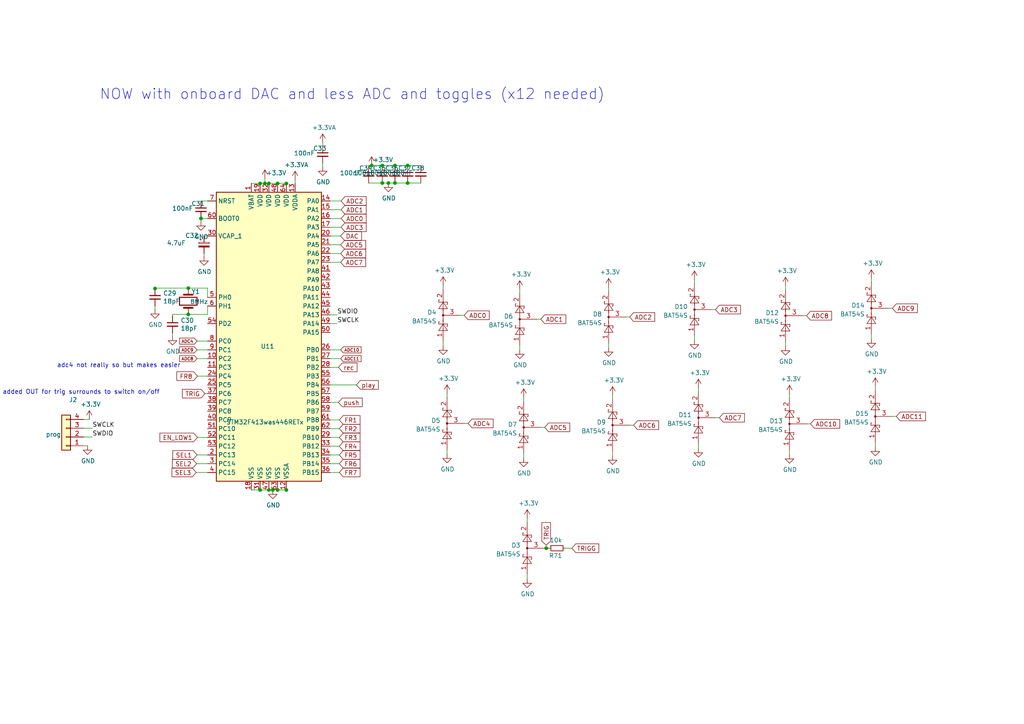
<source format=kicad_sch>
(kicad_sch (version 20211123) (generator eeschema)
  (paper "A4")
  (lib_symbols
    (symbol "Connector_Generic:Conn_01x04" (pin_names (offset 1.016) hide)
      (property "Reference" "J" (at 0 5.08 0))
      (property "Value" "Conn_01x04" (at 0 -7.62 0))
      (symbol "Conn_01x04_1_1"
        (rectangle (start -1.27 -4.953) (end 0 -5.207) (stroke (width 0.1524)))
        (rectangle (start -1.27 -2.413) (end 0 -2.667) (stroke (width 0.1524)))
        (rectangle (start -1.27 0.127) (end 0 -0.127) (stroke (width 0.1524)))
        (rectangle (start -1.27 2.667) (end 0 2.413) (stroke (width 0.1524)))
        (rectangle (start -1.27 3.81) (end 1.27 -6.35) (stroke (width 0.254)) (fill (type background)))
        (pin passive line (at -5.08 2.54 0) (length 3.81) (name "Pin_1") (number "1"))
        (pin passive line (at -5.08 0 0) (length 3.81) (name "Pin_2") (number "2"))
        (pin passive line (at -5.08 -2.54 0) (length 3.81) (name "Pin_3") (number "3"))
        (pin passive line (at -5.08 -5.08 0) (length 3.81) (name "Pin_4") (number "4"))
      )
    )
    (symbol "Device:C_Polarized_Small" (pin_numbers hide) (pin_names (offset 0.254) hide)
      (property "Reference" "C" (at 0.254 1.778 0))
      (property "Value" "C_Polarized_Small" (at 0.254 -2.032 0))
      (symbol "C_Polarized_Small_0_1"
        (rectangle (start -1.524 -0.3048) (end 1.524 -0.6858) (fill (type outline)))
        (rectangle (start -1.524 0.6858) (end 1.524 0.3048))
        (polyline (pts (xy -1.27 1.524) (xy -0.762 1.524)))
        (polyline (pts (xy -1.016 1.27) (xy -1.016 1.778)))
      )
      (symbol "C_Polarized_Small_1_1"
        (pin passive line (at 0 2.54 270) (length 1.8542) (name "~") (number "1"))
        (pin passive line (at 0 -2.54 90) (length 1.8542) (name "~") (number "2"))
      )
    )
    (symbol "Device:C_Small" (pin_numbers hide) (pin_names (offset 0.254) hide)
      (property "Reference" "C" (at 0.254 1.778 0))
      (property "Value" "C_Small" (at 0.254 -2.032 0))
      (symbol "C_Small_0_1"
        (polyline (pts (xy -1.524 -0.508) (xy 1.524 -0.508)) (stroke (width 0.3302)))
        (polyline (pts (xy -1.524 0.508) (xy 1.524 0.508)) (stroke (width 0.3048)))
      )
      (symbol "C_Small_1_1"
        (pin passive line (at 0 2.54 270) (length 2.032) (name "~") (number "1"))
        (pin passive line (at 0 -2.54 90) (length 2.032) (name "~") (number "2"))
      )
    )
    (symbol "Device:Crystal" (pin_numbers hide) (pin_names (offset 1.016) hide)
      (property "Reference" "Y" (at 0 3.81 0))
      (property "Value" "Crystal" (at 0 -3.81 0))
      (symbol "Crystal_0_1"
        (rectangle (start -1.143 2.54) (end 1.143 -2.54) (stroke (width 0.3048)))
        (polyline (pts (xy -2.54 0) (xy -1.905 0)))
        (polyline (pts (xy -1.905 -1.27) (xy -1.905 1.27)) (stroke (width 0.508)))
        (polyline (pts (xy 1.905 -1.27) (xy 1.905 1.27)) (stroke (width 0.508)))
        (polyline (pts (xy 2.54 0) (xy 1.905 0)))
      )
      (symbol "Crystal_1_1"
        (pin passive line (at -3.81 0 0) (length 1.27) (name "1") (number "1"))
        (pin passive line (at 3.81 0 180) (length 1.27) (name "2") (number "2"))
      )
    )
    (symbol "Device:R_Small" (pin_numbers hide) (pin_names (offset 0.254) hide)
      (property "Reference" "R" (at 0.762 0.508 0))
      (property "Value" "R_Small" (at 0.762 -1.016 0))
      (symbol "R_Small_0_1"
        (rectangle (start -0.762 1.778) (end 0.762 -1.778) (stroke (width 0.2032)))
      )
      (symbol "R_Small_1_1"
        (pin passive line (at 0 2.54 270) (length 0.762) (name "~") (number "1"))
        (pin passive line (at 0 -2.54 90) (length 0.762) (name "~") (number "2"))
      )
    )
    (symbol "Diode:BAT54S" (pin_names (offset 1.016))
      (property "Reference" "D" (at 0.635 -3.81 0))
      (property "Value" "BAT54S" (at -6.35 3.175 0))
      (symbol "BAT54S_0_1"
        (polyline (pts (xy -3.81 0) (xy -1.27 0)))
        (polyline (pts (xy -3.175 -1.27) (xy -3.175 -1.016)))
        (polyline (pts (xy -2.54 -1.27) (xy -3.175 -1.27)))
        (polyline (pts (xy -2.54 -1.27) (xy -2.54 1.27)))
        (polyline (pts (xy -2.54 1.27) (xy -1.905 1.27)))
        (polyline (pts (xy -1.905 0) (xy 1.905 0)))
        (polyline (pts (xy -1.905 1.27) (xy -1.905 1.016)))
        (polyline (pts (xy 1.27 0) (xy 3.81 0)))
        (polyline (pts (xy 3.175 -1.27) (xy 3.175 -1.016)))
        (polyline (pts (xy 3.81 -1.27) (xy 3.175 -1.27)))
        (polyline (pts (xy 3.81 -1.27) (xy 3.81 1.27)))
        (polyline (pts (xy 3.81 1.27) (xy 4.445 1.27)))
        (polyline (pts (xy 4.445 1.27) (xy 4.445 1.016)))
        (polyline (pts (xy -4.445 1.27) (xy -4.445 -1.27) (xy -2.54 0) (xy -4.445 1.27)))
        (polyline (pts (xy 1.905 1.27) (xy 1.905 -1.27) (xy 3.81 0) (xy 1.905 1.27)))
        (circle (center 0 0) (radius 0.254) (fill (type outline)))
      )
      (symbol "BAT54S_1_1"
        (pin passive line (at -7.62 0 0) (length 3.81) (name "~") (number "1"))
        (pin passive line (at 7.62 0 180) (length 3.81) (name "~") (number "2"))
        (pin passive line (at 0 -5.08 90) (length 5.08) (name "~") (number "3"))
      )
    )
    (symbol "MCU_ST_STM32F4:STM32F446RETx"
      (property "Reference" "U" (at -15.24 41.91 0))
      (property "Value" "STM32F446RETx" (at 10.16 41.91 0))
      (symbol "STM32F446RETx_0_1"
        (rectangle (start -15.24 -43.18) (end 15.24 40.64) (stroke (width 0.254)) (fill (type background)))
      )
      (symbol "STM32F446RETx_1_1"
        (pin power_in line (at -5.08 43.18 270) (length 2.54) (name "VBAT") (number "1"))
        (pin bidirectional line (at -17.78 -7.62 0) (length 2.54) (name "PC2") (number "10"))
        (pin bidirectional line (at -17.78 -10.16 0) (length 2.54) (name "PC3") (number "11"))
        (pin power_in line (at 5.08 -45.72 90) (length 2.54) (name "VSSA") (number "12"))
        (pin power_in line (at 7.62 43.18 270) (length 2.54) (name "VDDA") (number "13"))
        (pin bidirectional line (at 17.78 38.1 180) (length 2.54) (name "PA0") (number "14"))
        (pin bidirectional line (at 17.78 35.56 180) (length 2.54) (name "PA1") (number "15"))
        (pin bidirectional line (at 17.78 33.02 180) (length 2.54) (name "PA2") (number "16"))
        (pin bidirectional line (at 17.78 30.48 180) (length 2.54) (name "PA3") (number "17"))
        (pin power_in line (at -5.08 -45.72 90) (length 2.54) (name "VSS") (number "18"))
        (pin power_in line (at -2.54 43.18 270) (length 2.54) (name "VDD") (number "19"))
        (pin bidirectional line (at -17.78 -35.56 0) (length 2.54) (name "PC13") (number "2"))
        (pin bidirectional line (at 17.78 27.94 180) (length 2.54) (name "PA4") (number "20"))
        (pin bidirectional line (at 17.78 25.4 180) (length 2.54) (name "PA5") (number "21"))
        (pin bidirectional line (at 17.78 22.86 180) (length 2.54) (name "PA6") (number "22"))
        (pin bidirectional line (at 17.78 20.32 180) (length 2.54) (name "PA7") (number "23"))
        (pin bidirectional line (at -17.78 -12.7 0) (length 2.54) (name "PC4") (number "24"))
        (pin bidirectional line (at -17.78 -15.24 0) (length 2.54) (name "PC5") (number "25"))
        (pin bidirectional line (at 17.78 -5.08 180) (length 2.54) (name "PB0") (number "26"))
        (pin bidirectional line (at 17.78 -7.62 180) (length 2.54) (name "PB1") (number "27"))
        (pin bidirectional line (at 17.78 -10.16 180) (length 2.54) (name "PB2") (number "28"))
        (pin bidirectional line (at 17.78 -30.48 180) (length 2.54) (name "PB10") (number "29"))
        (pin bidirectional line (at -17.78 -38.1 0) (length 2.54) (name "PC14") (number "3"))
        (pin power_in line (at -17.78 27.94 0) (length 2.54) (name "VCAP_1") (number "30"))
        (pin power_in line (at -2.54 -45.72 90) (length 2.54) (name "VSS") (number "31"))
        (pin power_in line (at 0 43.18 270) (length 2.54) (name "VDD") (number "32"))
        (pin bidirectional line (at 17.78 -33.02 180) (length 2.54) (name "PB12") (number "33"))
        (pin bidirectional line (at 17.78 -35.56 180) (length 2.54) (name "PB13") (number "34"))
        (pin bidirectional line (at 17.78 -38.1 180) (length 2.54) (name "PB14") (number "35"))
        (pin bidirectional line (at 17.78 -40.64 180) (length 2.54) (name "PB15") (number "36"))
        (pin bidirectional line (at -17.78 -17.78 0) (length 2.54) (name "PC6") (number "37"))
        (pin bidirectional line (at -17.78 -20.32 0) (length 2.54) (name "PC7") (number "38"))
        (pin bidirectional line (at -17.78 -22.86 0) (length 2.54) (name "PC8") (number "39"))
        (pin bidirectional line (at -17.78 -40.64 0) (length 2.54) (name "PC15") (number "4"))
        (pin bidirectional line (at -17.78 -25.4 0) (length 2.54) (name "PC9") (number "40"))
        (pin bidirectional line (at 17.78 17.78 180) (length 2.54) (name "PA8") (number "41"))
        (pin bidirectional line (at 17.78 15.24 180) (length 2.54) (name "PA9") (number "42"))
        (pin bidirectional line (at 17.78 12.7 180) (length 2.54) (name "PA10") (number "43"))
        (pin bidirectional line (at 17.78 10.16 180) (length 2.54) (name "PA11") (number "44"))
        (pin bidirectional line (at 17.78 7.62 180) (length 2.54) (name "PA12") (number "45"))
        (pin bidirectional line (at 17.78 5.08 180) (length 2.54) (name "PA13") (number "46"))
        (pin power_in line (at 0 -45.72 90) (length 2.54) (name "VSS") (number "47"))
        (pin power_in line (at 2.54 43.18 270) (length 2.54) (name "VDD") (number "48"))
        (pin bidirectional line (at 17.78 2.54 180) (length 2.54) (name "PA14") (number "49"))
        (pin input line (at -17.78 10.16 0) (length 2.54) (name "PH0") (number "5"))
        (pin bidirectional line (at 17.78 0 180) (length 2.54) (name "PA15") (number "50"))
        (pin bidirectional line (at -17.78 -27.94 0) (length 2.54) (name "PC10") (number "51"))
        (pin bidirectional line (at -17.78 -30.48 0) (length 2.54) (name "PC11") (number "52"))
        (pin bidirectional line (at -17.78 -33.02 0) (length 2.54) (name "PC12") (number "53"))
        (pin bidirectional line (at -17.78 2.54 0) (length 2.54) (name "PD2") (number "54"))
        (pin bidirectional line (at 17.78 -12.7 180) (length 2.54) (name "PB3") (number "55"))
        (pin bidirectional line (at 17.78 -15.24 180) (length 2.54) (name "PB4") (number "56"))
        (pin bidirectional line (at 17.78 -17.78 180) (length 2.54) (name "PB5") (number "57"))
        (pin bidirectional line (at 17.78 -20.32 180) (length 2.54) (name "PB6") (number "58"))
        (pin bidirectional line (at 17.78 -22.86 180) (length 2.54) (name "PB7") (number "59"))
        (pin input line (at -17.78 7.62 0) (length 2.54) (name "PH1") (number "6"))
        (pin input line (at -17.78 33.02 0) (length 2.54) (name "BOOT0") (number "60"))
        (pin bidirectional line (at 17.78 -25.4 180) (length 2.54) (name "PB8") (number "61"))
        (pin bidirectional line (at 17.78 -27.94 180) (length 2.54) (name "PB9") (number "62"))
        (pin power_in line (at 2.54 -45.72 90) (length 2.54) (name "VSS") (number "63"))
        (pin power_in line (at 5.08 43.18 270) (length 2.54) (name "VDD") (number "64"))
        (pin input line (at -17.78 38.1 0) (length 2.54) (name "NRST") (number "7"))
        (pin bidirectional line (at -17.78 -2.54 0) (length 2.54) (name "PC0") (number "8"))
        (pin bidirectional line (at -17.78 -5.08 0) (length 2.54) (name "PC1") (number "9"))
      )
    )
    (symbol "power:+3.3V" (power) (pin_names (offset 0))
      (property "Value" "+3.3V" (at 0 3.556 0))
      (symbol "+3.3V_0_1"
        (polyline (pts (xy -0.762 1.27) (xy 0 2.54)))
        (polyline (pts (xy 0 0) (xy 0 2.54)))
        (polyline (pts (xy 0 2.54) (xy 0.762 1.27)))
      )
      (symbol "+3.3V_1_1"
        (pin power_in line (at 0 0 90) (length 0) hide (name "+3.3V") (number "1"))
      )
    )
    (symbol "power:+3.3VA" (power) (pin_names (offset 0))
      (property "Value" "+3.3VA" (at 0 3.556 0))
      (symbol "+3.3VA_0_1"
        (polyline (pts (xy -0.762 1.27) (xy 0 2.54)))
        (polyline (pts (xy 0 0) (xy 0 2.54)))
        (polyline (pts (xy 0 2.54) (xy 0.762 1.27)))
      )
      (symbol "+3.3VA_1_1"
        (pin power_in line (at 0 0 90) (length 0) hide (name "+3.3VA") (number "1"))
      )
    )
    (symbol "power:GND" (power) (pin_names (offset 0))
      (property "Value" "GND" (at 0 -3.81 0))
      (symbol "GND_0_1"
        (polyline (pts (xy 0 0) (xy 0 -1.27) (xy 1.27 -1.27) (xy 0 -2.54) (xy -1.27 -1.27) (xy 0 -1.27)))
      )
      (symbol "GND_1_1"
        (pin power_in line (at 0 0 270) (length 0) hide (name "GND") (number "1"))
      )
    )
  )
  (junction (at 118.237 53.086))
  (junction (at 54.61 91.186))
  (junction (at 44.958 83.693))
  (junction (at 114.554 48.006))
  (junction (at 80.518 142.113))
  (junction (at 158.4198 159.004))
  (junction (at 83.058 53.213))
  (junction (at 107.7976 48.006))
  (junction (at 77.978 142.113))
  (junction (at 76.835 53.213))
  (junction (at 110.871 48.006))
  (junction (at 110.871 53.086))
  (junction (at 114.554 53.086))
  (junction (at 112.649 53.086))
  (junction (at 83.058 142.113))
  (junction (at 118.237 48.006))
  (junction (at 80.518 53.213))
  (junction (at 58.293 63.373))
  (junction (at 75.438 142.113))
  (junction (at 79.121 142.113))
  (junction (at 77.978 53.213))
  (junction (at 75.438 53.213))
  (junction (at 54.61 83.566))
  (wire (pts (xy 59.182 68.453) (xy 60.198 68.453)))
  (wire (pts (xy 80.518 53.213) (xy 83.058 53.213)))
  (wire (pts (xy 95.758 131.953) (xy 98.425 131.953)))
  (wire (pts (xy 157.988 159.004) (xy 158.4198 159.004)))
  (wire (pts (xy 134.747 122.809) (xy 135.763 122.809)))
  (wire (pts (xy 57.277 126.873) (xy 60.198 126.873)))
  (wire (pts (xy 24.257 129.286) (xy 25.4 129.286)))
  (wire (pts (xy 54.61 91.186) (xy 60.198 91.186)))
  (wire (pts (xy 59.436 114.173) (xy 60.198 114.173)))
  (wire (pts (xy 95.758 111.633) (xy 103.378 111.633)))
  (wire (pts (xy 60.198 83.566) (xy 54.61 83.566)))
  (wire (pts (xy 80.518 142.113) (xy 83.058 142.113)))
  (wire (pts (xy 60.198 104.013) (xy 57.15 104.013)))
  (wire (pts (xy 77.978 142.113) (xy 79.121 142.113)))
  (wire (pts (xy 60.198 98.933) (xy 57.15 98.933)))
  (wire (pts (xy 50.038 96.647) (xy 50.038 97.536)))
  (wire (pts (xy 59.182 73.533) (xy 59.182 74.422)))
  (wire (pts (xy 60.198 91.186) (xy 60.198 88.773)))
  (wire (pts (xy 155.829 92.583) (xy 156.845 92.583)))
  (wire (pts (xy 77.978 53.213) (xy 80.518 53.213)))
  (wire (pts (xy 95.758 116.713) (xy 98.171 116.713)))
  (wire (pts (xy 85.598 52.197) (xy 85.598 53.213)))
  (wire (pts (xy 75.438 142.113) (xy 77.978 142.113)))
  (wire (pts (xy 95.758 63.373) (xy 98.933 63.373)))
  (wire (pts (xy 107.7976 48.006) (xy 110.871 48.006)))
  (wire (pts (xy 95.758 121.793) (xy 98.425 121.793)))
  (wire (pts (xy 72.898 142.113) (xy 75.438 142.113)))
  (wire (pts (xy 83.058 53.213) (xy 83.058 53.086)))
  (wire (pts (xy 202.565 128.778) (xy 202.565 130.048)))
  (wire (pts (xy 181.61 91.948) (xy 182.626 91.948)))
  (wire (pts (xy 128.524 82.804) (xy 128.524 83.82)))
  (wire (pts (xy 54.61 83.566) (xy 44.958 83.566)))
  (wire (pts (xy 234.061 122.936) (xy 235.077 122.936)))
  (wire (pts (xy 60.198 137.033) (xy 56.896 137.033)))
  (wire (pts (xy 95.758 106.553) (xy 98.171 106.553)))
  (wire (pts (xy 95.758 134.493) (xy 98.425 134.493)))
  (wire (pts (xy 176.53 83.312) (xy 176.53 84.328)))
  (wire (pts (xy 164.084 159.004) (xy 165.862 159.004)))
  (wire (pts (xy 177.673 130.937) (xy 177.673 132.207)))
  (wire (pts (xy 158.4198 158.0896) (xy 158.4198 159.004)))
  (wire (pts (xy 58.293 58.293) (xy 60.198 58.293)))
  (wire (pts (xy 95.758 104.013) (xy 98.806 104.013)))
  (wire (pts (xy 151.892 131.572) (xy 151.892 132.842)))
  (wire (pts (xy 50.038 91.567) (xy 50.038 91.186)))
  (wire (pts (xy 24.257 121.666) (xy 25.908 121.666)))
  (wire (pts (xy 98.806 73.533) (xy 95.758 73.533)))
  (wire (pts (xy 60.198 101.473) (xy 57.15 101.473)))
  (wire (pts (xy 58.293 63.373) (xy 60.198 63.373)))
  (wire (pts (xy 227.838 99.187) (xy 227.838 100.457)))
  (wire (pts (xy 50.038 91.186) (xy 54.61 91.186)))
  (wire (pts (xy 176.53 99.568) (xy 176.53 100.838)))
  (wire (pts (xy 133.604 91.44) (xy 134.62 91.44)))
  (wire (pts (xy 95.758 93.853) (xy 97.79 93.853)))
  (wire (pts (xy 118.237 53.086) (xy 114.554 53.086)))
  (wire (pts (xy 95.758 137.033) (xy 98.425 137.033)))
  (wire (pts (xy 252.73 80.772) (xy 252.73 81.788)))
  (wire (pts (xy 75.438 53.213) (xy 76.835 53.213)))
  (wire (pts (xy 152.908 166.624) (xy 152.908 167.894)))
  (wire (pts (xy 118.237 48.006) (xy 122.047 48.006)))
  (wire (pts (xy 24.257 126.746) (xy 26.797 126.746)))
  (wire (pts (xy 257.81 89.408) (xy 258.826 89.408)))
  (wire (pts (xy 228.981 114.3) (xy 228.981 115.316)))
  (wire (pts (xy 114.554 48.006) (xy 118.237 48.006)))
  (wire (pts (xy 177.673 114.681) (xy 177.673 115.697)))
  (wire (pts (xy 98.806 70.993) (xy 95.758 70.993)))
  (wire (pts (xy 60.198 131.953) (xy 57.15 131.953)))
  (wire (pts (xy 258.953 120.777) (xy 259.969 120.777)))
  (wire (pts (xy 95.758 126.873) (xy 98.425 126.873)))
  (wire (pts (xy 95.758 91.313) (xy 97.79 91.313)))
  (wire (pts (xy 110.871 48.006) (xy 114.554 48.006)))
  (wire (pts (xy 112.649 53.086) (xy 110.871 53.086)))
  (wire (pts (xy 95.758 60.833) (xy 98.933 60.833)))
  (wire (pts (xy 129.667 130.429) (xy 129.667 131.699)))
  (wire (pts (xy 207.645 121.158) (xy 208.661 121.158)))
  (wire (pts (xy 252.73 97.028) (xy 252.73 98.298)))
  (wire (pts (xy 95.758 129.413) (xy 98.425 129.413)))
  (wire (pts (xy 58.293 63.373) (xy 58.293 64.262)))
  (wire (pts (xy 202.565 112.522) (xy 202.565 113.538)))
  (wire (pts (xy 76.835 53.213) (xy 77.978 53.213)))
  (wire (pts (xy 232.918 91.567) (xy 233.934 91.567)))
  (wire (pts (xy 93.599 47.371) (xy 93.599 48.387)))
  (wire (pts (xy 227.838 82.931) (xy 227.838 83.947)))
  (wire (pts (xy 95.758 65.913) (xy 98.933 65.913)))
  (wire (pts (xy 60.198 134.493) (xy 57.023 134.493)))
  (wire (pts (xy 150.749 83.947) (xy 150.749 84.963)))
  (wire (pts (xy 95.758 101.473) (xy 98.806 101.473)))
  (wire (pts (xy 151.892 115.316) (xy 151.892 116.332)))
  (wire (pts (xy 114.554 53.086) (xy 112.649 53.086)))
  (wire (pts (xy 158.4198 159.004) (xy 159.004 159.004)))
  (wire (pts (xy 95.758 124.333) (xy 98.425 124.333)))
  (wire (pts (xy 79.121 142.113) (xy 80.518 142.113)))
  (wire (pts (xy 129.667 114.173) (xy 129.667 115.189)))
  (wire (pts (xy 253.873 112.141) (xy 253.873 113.157)))
  (wire (pts (xy 98.806 76.073) (xy 95.758 76.073)))
  (wire (pts (xy 44.958 88.773) (xy 44.958 89.789)))
  (wire (pts (xy 83.058 142.113) (xy 83.058 142.24)))
  (wire (pts (xy 206.502 89.789) (xy 207.518 89.789)))
  (wire (pts (xy 93.599 41.402) (xy 93.599 42.291)))
  (wire (pts (xy 201.422 97.409) (xy 201.422 98.679)))
  (wire (pts (xy 128.524 99.06) (xy 128.524 100.33)))
  (wire (pts (xy 228.981 130.556) (xy 228.981 131.826)))
  (wire (pts (xy 76.835 51.816) (xy 76.835 53.213)))
  (wire (pts (xy 253.873 128.397) (xy 253.873 129.667)))
  (wire (pts (xy 110.871 53.086) (xy 106.934 53.086)))
  (wire (pts (xy 60.198 86.233) (xy 60.198 83.566)))
  (wire (pts (xy 98.806 68.453) (xy 95.758 68.453)))
  (wire (pts (xy 122.047 53.086) (xy 118.237 53.086)))
  (wire (pts (xy 44.958 83.566) (xy 44.958 83.693)))
  (wire (pts (xy 156.972 123.952) (xy 157.988 123.952)))
  (wire (pts (xy 201.422 81.153) (xy 201.422 82.169)))
  (wire (pts (xy 72.898 53.213) (xy 75.438 53.213)))
  (wire (pts (xy 60.198 109.093) (xy 57.277 109.093)))
  (wire (pts (xy 106.934 48.006) (xy 107.7976 48.006)))
  (wire (pts (xy 150.749 100.203) (xy 150.749 101.473)))
  (wire (pts (xy 152.908 150.368) (xy 152.908 151.384)))
  (wire (pts (xy 24.257 124.206) (xy 26.797 124.206)))
  (wire (pts (xy 182.753 123.317) (xy 183.769 123.317)))
  (wire (pts (xy 95.758 58.293) (xy 98.933 58.293)))
  (text "adc4 not really so but makes easier\n" (at 16.51 106.807 0) (effects (font (size 1.27 1.27)) (justify left bottom)))
  (text "NOW with onboard DAC and less ADC and toggles (x12 needed)" (at 28.829 29.21 0) (effects (font (size 2.9972 2.9972)) (justify left bottom)))
  (text "17.5 - added OUT for trig surrounds to switch on/off" (at 46.355 114.554 0) (effects (font (size 1.27 1.27)) (justify right bottom)))
  (label "SWCLK" (at 26.797 124.206 0))
  (label "SWCLK" (at 97.79 93.853 0))
  (label "SWDIO" (at 97.79 91.313 0))
  (label "SWDIO" (at 26.797 126.746 0))
  (global_label "ADC7" (shape input) (at 98.806 76.073 0) (property "Intersheet References" "${INTERSHEET_REFS}" (effects hide)))
  (global_label "ADC0" (shape input) (at 134.62 91.44 0) (property "Intersheet References" "${INTERSHEET_REFS}" (effects hide)))
  (global_label "ADC11" (shape input) (at 259.969 120.777 0) (property "Intersheet References" "${INTERSHEET_REFS}" (effects hide)))
  (global_label "ADC6" (shape input) (at 98.806 73.533 0) (property "Intersheet References" "${INTERSHEET_REFS}" (effects hide)))
  (global_label "FR2" (shape input) (at 98.425 124.333 0) (property "Intersheet References" "${INTERSHEET_REFS}" (effects hide)))
  (global_label "ADC8" (shape input) (at 233.934 91.567 0) (property "Intersheet References" "${INTERSHEET_REFS}" (effects hide)))
  (global_label "push" (shape input) (at 98.171 116.713 0) (property "Intersheet References" "${INTERSHEET_REFS}" (effects hide)))
  (global_label "SEL3" (shape input) (at 56.896 137.033 180) (property "Intersheet References" "${INTERSHEET_REFS}" (effects hide)))
  (global_label "FR6" (shape input) (at 98.425 134.493 0) (property "Intersheet References" "${INTERSHEET_REFS}" (effects hide)))
  (global_label "ADC2" (shape input) (at 98.933 58.293 0) (property "Intersheet References" "${INTERSHEET_REFS}" (effects hide)))
  (global_label "ADC5" (shape input) (at 157.988 123.952 0) (property "Intersheet References" "${INTERSHEET_REFS}" (effects hide)))
  (global_label "TRIG" (shape input) (at 158.4198 158.0896 90) (property "Intersheet References" "${INTERSHEET_REFS}" (effects hide)))
  (global_label "SEL2" (shape input) (at 57.023 134.493 180) (property "Intersheet References" "${INTERSHEET_REFS}" (effects hide)))
  (global_label "rec" (shape input) (at 98.171 106.553 0) (property "Intersheet References" "${INTERSHEET_REFS}" (effects hide)))
  (global_label "ADC2" (shape input) (at 182.626 91.948 0) (property "Intersheet References" "${INTERSHEET_REFS}" (effects hide)))
  (global_label "ADC4" (shape input) (at 135.763 122.809 0) (property "Intersheet References" "${INTERSHEET_REFS}" (effects hide)))
  (global_label "FR7" (shape input) (at 98.425 137.033 0) (property "Intersheet References" "${INTERSHEET_REFS}" (effects hide)))
  (global_label "ADC8" (shape input) (at 57.15 104.013 180) (effects (font (size 0.889 0.889))) (property "Intersheet References" "${INTERSHEET_REFS}" (effects hide)))
  (global_label "TRIG" (shape input) (at 59.436 114.173 180) (property "Intersheet References" "${INTERSHEET_REFS}" (effects hide)))
  (global_label "FR5" (shape input) (at 98.425 131.953 0) (property "Intersheet References" "${INTERSHEET_REFS}" (effects hide)))
  (global_label "ADC1" (shape input) (at 156.845 92.583 0) (property "Intersheet References" "${INTERSHEET_REFS}" (effects hide)))
  (global_label "SEL1" (shape input) (at 57.15 131.953 180) (property "Intersheet References" "${INTERSHEET_REFS}" (effects hide)))
  (global_label "ADC11" (shape input) (at 98.806 104.013 0) (effects (font (size 0.889 0.889))) (property "Intersheet References" "${INTERSHEET_REFS}" (effects hide)))
  (global_label "ADC3" (shape input) (at 207.518 89.789 0) (property "Intersheet References" "${INTERSHEET_REFS}" (effects hide)))
  (global_label "ADC6" (shape input) (at 183.769 123.317 0) (property "Intersheet References" "${INTERSHEET_REFS}" (effects hide)))
  (global_label "TRIGG" (shape input) (at 165.862 159.004 0) (property "Intersheet References" "${INTERSHEET_REFS}" (effects hide)))
  (global_label "FR3" (shape input) (at 98.425 126.873 0) (property "Intersheet References" "${INTERSHEET_REFS}" (effects hide)))
  (global_label "play" (shape input) (at 103.378 111.633 0) (property "Intersheet References" "${INTERSHEET_REFS}" (effects hide)))
  (global_label "FR4" (shape input) (at 98.425 129.413 0) (property "Intersheet References" "${INTERSHEET_REFS}" (effects hide)))
  (global_label "ADC4" (shape input) (at 57.15 98.933 180) (effects (font (size 0.889 0.889))) (property "Intersheet References" "${INTERSHEET_REFS}" (effects hide)))
  (global_label "FR8" (shape input) (at 57.277 109.093 180) (property "Intersheet References" "${INTERSHEET_REFS}" (effects hide)))
  (global_label "DAC" (shape input) (at 98.806 68.453 0) (property "Intersheet References" "${INTERSHEET_REFS}" (effects hide)))
  (global_label "ADC10" (shape input) (at 98.806 101.473 0) (effects (font (size 0.889 0.889))) (property "Intersheet References" "${INTERSHEET_REFS}" (effects hide)))
  (global_label "ADC0" (shape input) (at 98.933 63.373 0) (property "Intersheet References" "${INTERSHEET_REFS}" (effects hide)))
  (global_label "ADC5" (shape input) (at 98.806 70.993 0) (property "Intersheet References" "${INTERSHEET_REFS}" (effects hide)))
  (global_label "ADC1" (shape input) (at 98.933 60.833 0) (property "Intersheet References" "${INTERSHEET_REFS}" (effects hide)))
  (global_label "ADC3" (shape input) (at 98.933 65.913 0) (property "Intersheet References" "${INTERSHEET_REFS}" (effects hide)))
  (global_label "ADC7" (shape input) (at 208.661 121.158 0) (property "Intersheet References" "${INTERSHEET_REFS}" (effects hide)))
  (global_label "ADC9" (shape input) (at 258.826 89.408 0) (property "Intersheet References" "${INTERSHEET_REFS}" (effects hide)))
  (global_label "EN_LOW1" (shape input) (at 57.277 126.873 180) (property "Intersheet References" "${INTERSHEET_REFS}" (effects hide)))
  (global_label "FR1" (shape input) (at 98.425 121.793 0) (property "Intersheet References" "${INTERSHEET_REFS}" (effects hide)))
  (global_label "ADC9" (shape input) (at 57.15 101.473 180) (effects (font (size 0.889 0.889))) (property "Intersheet References" "${INTERSHEET_REFS}" (effects hide)))
  (global_label "ADC10" (shape input) (at 235.077 122.936 0) (property "Intersheet References" "${INTERSHEET_REFS}" (effects hide)))
  (symbol (lib_id "MCU_ST_STM32F4:STM32F446RETx") (at 77.978 96.393 0) (unit 1)
    (property "Reference" "U11" (at 77.597 100.457 0))
    (property "Value" "STM32F413was446RETx" (at 76.835 122.428 0))
    (property "Footprint" "Housings_QFP:LQFP-64_10x10mm_Pitch0.5mm" (effects hide))
    (property "Datasheet" "http://www.st.com/st-web-ui/static/active/en/resource/technical/document/datasheet/DM00141306.pdf" (effects hide))
  )
  (symbol (lib_id "Device:C_Polarized_Small") (at 59.182 70.993 0) (unit 1)
    (property "Reference" "C32" (at 53.721 68.326 0) (effects (justify left)))
    (property "Value" "4.7uF" (at 48.387 70.485 0) (effects (justify left)))
    (property "Footprint" "SMD_Packages:SMD-1206_Pol" (effects hide))
  )
  (symbol (lib_id "power:GND") (at 59.182 74.422 0) (unit 1)
    (property "Reference" "#PWR062" (effects hide))
    (property "Value" "GND" (at 59.309 78.8162 0))
  )
  (symbol (lib_id "power:+3.3VA") (at 85.598 52.197 0) (unit 1)
    (property "Reference" "#PWR065" (effects hide))
    (property "Value" "+3.3VA" (at 85.979 47.8028 0))
  )
  (symbol (lib_id "power:+3.3V") (at 76.835 51.816 0) (unit 1)
    (property "Reference" "#PWR063" (effects hide))
    (property "Value" "+3.3V" (at 80.137 50.165 0))
  )
  (symbol (lib_id "power:GND") (at 79.121 142.113 0) (unit 1)
    (property "Reference" "#PWR064" (effects hide))
    (property "Value" "GND" (at 79.248 146.5072 0))
  )
  (symbol (lib_id "Device:Crystal") (at 54.61 87.376 90) (unit 1)
    (property "Reference" "Y1" (at 55.499 84.582 90) (effects (justify right)))
    (property "Value" "8MHz" (at 55.118 87.503 90) (effects (justify right)))
    (property "Footprint" "Crystals:Crystal_SMD_HC49-SD" (effects hide))
  )
  (symbol (lib_id "Device:C_Small") (at 44.958 86.233 0) (unit 1)
    (property "Reference" "C29" (at 47.2948 85.0646 0) (effects (justify left)))
    (property "Value" "18pF" (at 47.2948 87.376 0) (effects (justify left)))
    (property "Footprint" "Capacitors_SMD:C_0805" (effects hide))
  )
  (symbol (lib_id "Device:C_Small") (at 50.038 94.107 0) (unit 1)
    (property "Reference" "C30" (at 52.3748 92.9386 0) (effects (justify left)))
    (property "Value" "18pF" (at 52.3748 95.25 0) (effects (justify left)))
    (property "Footprint" "Capacitors_SMD:C_0805" (effects hide))
  )
  (symbol (lib_id "power:GND") (at 44.958 89.789 0) (unit 1)
    (property "Reference" "#PWR059" (effects hide))
    (property "Value" "GND" (at 45.085 94.1832 0))
  )
  (symbol (lib_id "power:GND") (at 50.038 97.536 0) (unit 1)
    (property "Reference" "#PWR060" (effects hide))
    (property "Value" "GND" (at 50.165 101.9302 0))
  )
  (symbol (lib_id "Device:C_Small") (at 58.293 60.833 0) (unit 1)
    (property "Reference" "C31" (at 55.499 59.055 0) (effects (justify left)))
    (property "Value" "100nF" (at 49.911 60.452 0) (effects (justify left)))
    (property "Footprint" "Capacitors_SMD:C_0805" (effects hide))
  )
  (symbol (lib_id "power:GND") (at 58.293 64.262 0) (unit 1)
    (property "Reference" "#PWR061" (effects hide))
    (property "Value" "GND" (at 58.42 68.6562 0))
  )
  (symbol (lib_id "Device:C_Small") (at 106.934 50.546 0) (unit 1)
    (property "Reference" "C34" (at 104.14 48.768 0) (effects (justify left)))
    (property "Value" "100nF" (at 98.552 50.165 0) (effects (justify left)))
    (property "Footprint" "Capacitors_SMD:C_0805" (effects hide))
  )
  (symbol (lib_id "Device:C_Small") (at 110.871 50.546 0) (unit 1)
    (property "Reference" "C35" (at 108.077 48.768 0) (effects (justify left)))
    (property "Value" "100nF" (at 102.489 50.165 0) (effects (justify left)))
    (property "Footprint" "Capacitors_SMD:C_0805" (effects hide))
  )
  (symbol (lib_id "Device:C_Small") (at 114.554 50.546 0) (unit 1)
    (property "Reference" "C36" (at 111.7092 48.7934 0) (effects (justify left)))
    (property "Value" "100nF" (at 106.172 50.165 0) (effects (justify left)))
    (property "Footprint" "Capacitors_SMD:C_0805" (effects hide))
  )
  (symbol (lib_id "Device:C_Small") (at 118.237 50.546 0) (unit 1)
    (property "Reference" "C37" (at 115.443 48.768 0) (effects (justify left)))
    (property "Value" "100nF" (at 109.855 50.165 0) (effects (justify left)))
    (property "Footprint" "Capacitors_SMD:C_0805" (effects hide))
  )
  (symbol (lib_id "Device:C_Small") (at 122.047 50.546 0) (unit 1)
    (property "Reference" "C38" (at 119.253 48.768 0) (effects (justify left)))
    (property "Value" "100nF" (at 113.665 50.165 0) (effects (justify left)))
    (property "Footprint" "Capacitors_SMD:C_0805" (effects hide))
  )
  (symbol (lib_id "Device:C_Small") (at 93.599 44.831 0) (unit 1)
    (property "Reference" "C33" (at 90.805 43.053 0) (effects (justify left)))
    (property "Value" "100nF" (at 85.217 44.45 0) (effects (justify left)))
    (property "Footprint" "Capacitors_SMD:C_0805" (effects hide))
  )
  (symbol (lib_id "power:+3.3VA") (at 93.599 41.402 0) (unit 1)
    (property "Reference" "#PWR066" (effects hide))
    (property "Value" "+3.3VA" (at 93.98 37.0078 0))
  )
  (symbol (lib_id "power:GND") (at 93.599 48.387 0) (unit 1)
    (property "Reference" "#PWR067" (effects hide))
    (property "Value" "GND" (at 93.726 52.7812 0))
  )
  (symbol (lib_id "power:GND") (at 112.649 53.086 0) (unit 1)
    (property "Reference" "#PWR069" (effects hide))
    (property "Value" "GND" (at 112.776 57.4802 0))
  )
  (symbol (lib_id "power:+3.3V") (at 107.7976 48.006 0) (unit 1)
    (property "Reference" "#PWR068" (effects hide))
    (property "Value" "+3.3V" (at 111.0996 46.355 0))
  )
  (symbol (lib_id "Connector_Generic:Conn_01x04") (at 19.177 126.746 180) (unit 1)
    (property "Reference" "J2" (at 21.209 115.951 0))
    (property "Value" "prog" (at 15.494 125.984 0))
    (property "Footprint" "Pin_Headers:Pin_Header_Straight_1x04_Pitch2.54mm" (effects hide))
  )
  (symbol (lib_id "power:+3.3V") (at 25.908 121.666 0) (unit 1)
    (property "Reference" "#PWR058" (effects hide))
    (property "Value" "+3.3V" (at 26.289 117.2718 0))
  )
  (symbol (lib_id "power:GND") (at 25.4 129.286 0) (unit 1)
    (property "Reference" "#PWR057" (effects hide))
    (property "Value" "GND" (at 25.527 133.6802 0))
  )
  (symbol (lib_id "Device:R_Small") (at 161.544 159.004 270) (unit 1)
    (property "Reference" "R71" (at 161.163 161.163 90))
    (property "Value" "10k" (at 161.2392 156.6672 90))
    (property "Footprint" "Resistor_SMD:R_0805_2012Metric" (effects hide))
  )
  (symbol (lib_id "power:GND") (at 129.667 131.699 0) (unit 1)
    (property "Reference" "#PWR0119" (effects hide))
    (property "Value" "GND" (at 129.794 136.0932 0))
  )
  (symbol (lib_id "power:+3.3V") (at 152.908 150.368 0) (unit 1)
    (property "Reference" "#PWR0120" (effects hide))
    (property "Value" "+3.3V" (at 153.289 145.9738 0))
  )
  (symbol (lib_id "power:GND") (at 177.673 132.207 0) (unit 1)
    (property "Reference" "#PWR0169" (effects hide))
    (property "Value" "GND" (at 177.8 136.6012 0))
  )
  (symbol (lib_id "Diode:BAT54S") (at 128.524 91.44 90) (unit 1)
    (property "Reference" "D4" (at 126.619 90.6053 90) (effects (justify left)))
    (property "Value" "BAT54S" (at 126.619 93.1422 90) (effects (justify left)))
    (property "Footprint" "Package_TO_SOT_SMD:SOT-23" (effects hide))
    (property "Datasheet" "https://www.diodes.com/assets/Datasheets/ds11005.pdf" (effects hide))
  )
  (symbol (lib_id "power:GND") (at 202.565 130.048 0) (unit 1)
    (property "Reference" "#PWR0130" (effects hide))
    (property "Value" "GND" (at 202.692 134.4422 0))
  )
  (symbol (lib_id "power:+3.3V") (at 253.873 112.141 0) (unit 1)
    (property "Reference" "#PWR0188" (effects hide))
    (property "Value" "+3.3V" (at 254.254 107.7468 0))
  )
  (symbol (lib_id "Diode:BAT54S") (at 151.892 123.952 90) (unit 1)
    (property "Reference" "D7" (at 149.987 123.1173 90) (effects (justify left)))
    (property "Value" "BAT54S" (at 149.987 125.6542 90) (effects (justify left)))
    (property "Footprint" "Package_TO_SOT_SMD:SOT-23" (effects hide))
    (property "Datasheet" "https://www.diodes.com/assets/Datasheets/ds11005.pdf" (effects hide))
  )
  (symbol (lib_id "power:+3.3V") (at 228.981 114.3 0) (unit 1)
    (property "Reference" "#PWR075" (effects hide))
    (property "Value" "+3.3V" (at 229.362 109.9058 0))
  )
  (symbol (lib_id "Diode:BAT54S") (at 152.908 159.004 90) (unit 1)
    (property "Reference" "D3" (at 151.003 158.1693 90) (effects (justify left)))
    (property "Value" "BAT54S" (at 151.003 160.7062 90) (effects (justify left)))
    (property "Footprint" "Package_TO_SOT_SMD:SOT-23" (effects hide))
    (property "Datasheet" "https://www.diodes.com/assets/Datasheets/ds11005.pdf" (effects hide))
  )
  (symbol (lib_id "Diode:BAT54S") (at 253.873 120.777 90) (unit 1)
    (property "Reference" "D15" (at 251.968 119.9423 90) (effects (justify left)))
    (property "Value" "BAT54S" (at 251.968 122.4792 90) (effects (justify left)))
    (property "Footprint" "Package_TO_SOT_SMD:SOT-23" (effects hide))
    (property "Datasheet" "https://www.diodes.com/assets/Datasheets/ds11005.pdf" (effects hide))
  )
  (symbol (lib_id "power:+3.3V") (at 150.749 83.947 0) (unit 1)
    (property "Reference" "#PWR0122" (effects hide))
    (property "Value" "+3.3V" (at 151.13 79.5528 0))
  )
  (symbol (lib_id "power:GND") (at 150.749 101.473 0) (unit 1)
    (property "Reference" "#PWR0121" (effects hide))
    (property "Value" "GND" (at 150.876 105.8672 0))
  )
  (symbol (lib_id "power:+3.3V") (at 227.838 82.931 0) (unit 1)
    (property "Reference" "#PWR070" (effects hide))
    (property "Value" "+3.3V" (at 228.219 78.5368 0))
  )
  (symbol (lib_id "Diode:BAT54S") (at 252.73 89.408 90) (unit 1)
    (property "Reference" "D14" (at 250.825 88.5733 90) (effects (justify left)))
    (property "Value" "BAT54S" (at 250.825 91.1102 90) (effects (justify left)))
    (property "Footprint" "Package_TO_SOT_SMD:SOT-23" (effects hide))
    (property "Datasheet" "https://www.diodes.com/assets/Datasheets/ds11005.pdf" (effects hide))
  )
  (symbol (lib_id "power:+3.3V") (at 129.667 114.173 0) (unit 1)
    (property "Reference" "#PWR0127" (effects hide))
    (property "Value" "+3.3V" (at 130.048 109.7788 0))
  )
  (symbol (lib_id "power:GND") (at 201.422 98.679 0) (unit 1)
    (property "Reference" "#PWR0137" (effects hide))
    (property "Value" "GND" (at 201.549 103.0732 0))
  )
  (symbol (lib_id "power:+3.3V") (at 151.892 115.316 0) (unit 1)
    (property "Reference" "#PWR0125" (effects hide))
    (property "Value" "+3.3V" (at 152.273 110.9218 0))
  )
  (symbol (lib_id "Diode:BAT54S") (at 129.667 122.809 90) (unit 1)
    (property "Reference" "D5" (at 127.762 121.9743 90) (effects (justify left)))
    (property "Value" "BAT54S" (at 127.762 124.5112 90) (effects (justify left)))
    (property "Footprint" "Package_TO_SOT_SMD:SOT-23" (effects hide))
    (property "Datasheet" "https://www.diodes.com/assets/Datasheets/ds11005.pdf" (effects hide))
  )
  (symbol (lib_id "power:+3.3V") (at 252.73 80.772 0) (unit 1)
    (property "Reference" "#PWR0186" (effects hide))
    (property "Value" "+3.3V" (at 253.111 76.3778 0))
  )
  (symbol (lib_id "power:GND") (at 252.73 98.298 0) (unit 1)
    (property "Reference" "#PWR0187" (effects hide))
    (property "Value" "GND" (at 252.857 102.6922 0))
  )
  (symbol (lib_id "Diode:BAT54S") (at 177.673 123.317 90) (unit 1)
    (property "Reference" "D9" (at 175.768 122.4823 90) (effects (justify left)))
    (property "Value" "BAT54S" (at 175.768 125.0192 90) (effects (justify left)))
    (property "Footprint" "Package_TO_SOT_SMD:SOT-23" (effects hide))
    (property "Datasheet" "https://www.diodes.com/assets/Datasheets/ds11005.pdf" (effects hide))
  )
  (symbol (lib_id "power:GND") (at 176.53 100.838 0) (unit 1)
    (property "Reference" "#PWR0139" (effects hide))
    (property "Value" "GND" (at 176.657 105.2322 0))
  )
  (symbol (lib_id "power:+3.3V") (at 176.53 83.312 0) (unit 1)
    (property "Reference" "#PWR0129" (effects hide))
    (property "Value" "+3.3V" (at 176.911 78.9178 0))
  )
  (symbol (lib_id "power:+3.3V") (at 177.673 114.681 0) (unit 1)
    (property "Reference" "#PWR0140" (effects hide))
    (property "Value" "+3.3V" (at 178.054 110.2868 0))
  )
  (symbol (lib_id "Diode:BAT54S") (at 150.749 92.583 90) (unit 1)
    (property "Reference" "D6" (at 148.844 91.7483 90) (effects (justify left)))
    (property "Value" "BAT54S" (at 148.844 94.2852 90) (effects (justify left)))
    (property "Footprint" "Package_TO_SOT_SMD:SOT-23" (effects hide))
    (property "Datasheet" "https://www.diodes.com/assets/Datasheets/ds11005.pdf" (effects hide))
  )
  (symbol (lib_id "Diode:BAT54S") (at 201.422 89.789 90) (unit 1)
    (property "Reference" "D10" (at 199.517 88.9543 90) (effects (justify left)))
    (property "Value" "BAT54S" (at 199.517 91.4912 90) (effects (justify left)))
    (property "Footprint" "Package_TO_SOT_SMD:SOT-23" (effects hide))
    (property "Datasheet" "https://www.diodes.com/assets/Datasheets/ds11005.pdf" (effects hide))
  )
  (symbol (lib_id "Diode:BAT54S") (at 176.53 91.948 90) (unit 1)
    (property "Reference" "D8" (at 174.625 91.1133 90) (effects (justify left)))
    (property "Value" "BAT54S" (at 174.625 93.6502 90) (effects (justify left)))
    (property "Footprint" "Package_TO_SOT_SMD:SOT-23" (effects hide))
    (property "Datasheet" "https://www.diodes.com/assets/Datasheets/ds11005.pdf" (effects hide))
  )
  (symbol (lib_id "Diode:BAT54S") (at 228.981 122.936 90) (unit 1)
    (property "Reference" "D13" (at 227.076 122.1013 90) (effects (justify left)))
    (property "Value" "BAT54S" (at 227.076 124.6382 90) (effects (justify left)))
    (property "Footprint" "Package_TO_SOT_SMD:SOT-23" (effects hide))
    (property "Datasheet" "https://www.diodes.com/assets/Datasheets/ds11005.pdf" (effects hide))
  )
  (symbol (lib_id "power:GND") (at 228.981 131.826 0) (unit 1)
    (property "Reference" "#PWR077" (effects hide))
    (property "Value" "GND" (at 229.108 136.2202 0))
  )
  (symbol (lib_id "power:GND") (at 253.873 129.667 0) (unit 1)
    (property "Reference" "#PWR0189" (effects hide))
    (property "Value" "GND" (at 254 134.0612 0))
  )
  (symbol (lib_id "Diode:BAT54S") (at 227.838 91.567 90) (unit 1)
    (property "Reference" "D12" (at 225.933 90.7323 90) (effects (justify left)))
    (property "Value" "BAT54S" (at 225.933 93.2692 90) (effects (justify left)))
    (property "Footprint" "Package_TO_SOT_SMD:SOT-23" (effects hide))
    (property "Datasheet" "https://www.diodes.com/assets/Datasheets/ds11005.pdf" (effects hide))
  )
  (symbol (lib_id "power:+3.3V") (at 202.565 112.522 0) (unit 1)
    (property "Reference" "#PWR0131" (effects hide))
    (property "Value" "+3.3V" (at 202.946 108.1278 0))
  )
  (symbol (lib_id "power:GND") (at 128.524 100.33 0) (unit 1)
    (property "Reference" "#PWR0123" (effects hide))
    (property "Value" "GND" (at 128.651 104.7242 0))
  )
  (symbol (lib_id "Diode:BAT54S") (at 202.565 121.158 90) (unit 1)
    (property "Reference" "D11" (at 200.66 120.3233 90) (effects (justify left)))
    (property "Value" "BAT54S" (at 200.66 122.8602 90) (effects (justify left)))
    (property "Footprint" "Package_TO_SOT_SMD:SOT-23" (effects hide))
    (property "Datasheet" "https://www.diodes.com/assets/Datasheets/ds11005.pdf" (effects hide))
  )
  (symbol (lib_id "power:GND") (at 227.838 100.457 0) (unit 1)
    (property "Reference" "#PWR071" (effects hide))
    (property "Value" "GND" (at 227.965 104.8512 0))
  )
  (symbol (lib_id "power:+3.3V") (at 128.524 82.804 0) (unit 1)
    (property "Reference" "#PWR0124" (effects hide))
    (property "Value" "+3.3V" (at 128.905 78.4098 0))
  )
  (symbol (lib_id "power:GND") (at 152.908 167.894 0) (unit 1)
    (property "Reference" "#PWR0128" (effects hide))
    (property "Value" "GND" (at 153.035 172.2882 0))
  )
  (symbol (lib_id "power:+3.3V") (at 201.422 81.153 0) (unit 1)
    (property "Reference" "#PWR0138" (effects hide))
    (property "Value" "+3.3V" (at 201.803 76.7588 0))
  )
  (symbol (lib_id "power:GND") (at 151.892 132.842 0) (unit 1)
    (property "Reference" "#PWR0126" (effects hide))
    (property "Value" "GND" (at 152.019 137.2362 0))
  )
)
</source>
